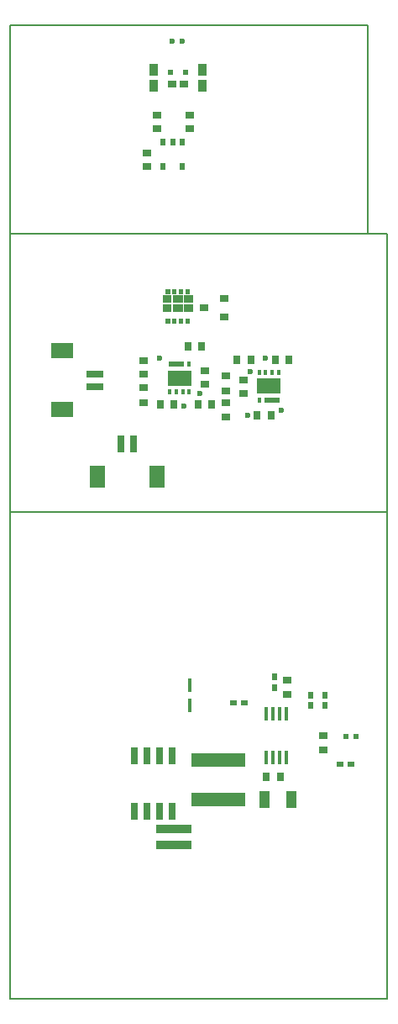
<source format=gtp>
G04*
G04 #@! TF.GenerationSoftware,Altium Limited,Altium Designer,18.1.9 (240)*
G04*
G04 Layer_Color=8421504*
%FSLAX44Y44*%
%MOMM*%
G71*
G01*
G75*
%ADD10C,0.6000*%
%ADD11R,0.9000X1.2500*%
%ADD12R,0.9000X0.7500*%
%ADD13R,0.5500X0.5500*%
%ADD14R,0.9000X0.8000*%
%ADD15R,0.5500X0.8000*%
%ADD17R,5.5000X1.4300*%
%ADD18R,1.1000X1.7000*%
%ADD19R,0.5588X0.6604*%
%ADD20R,0.6604X0.5588*%
%ADD21R,0.4572X1.3589*%
%ADD22R,3.6000X0.9056*%
%ADD23R,0.6000X0.5000*%
%ADD24R,0.6500X1.7500*%
%ADD25R,0.4572X1.3716*%
%ADD26R,0.8000X0.9000*%
%ADD29R,0.9000X0.7000*%
%ADD30R,0.7000X1.8000*%
%ADD31R,1.6000X2.2000*%
%ADD32R,1.8000X0.7000*%
%ADD33R,2.2000X1.6000*%
%ADD34R,0.9000X0.7000*%
%ADD35R,0.3000X0.6000*%
%ADD36R,2.4000X1.6000*%
%ADD37R,1.6000X0.6000*%
%ADD40C,0.2000*%
G36*
X248999Y634329D02*
X259604D01*
Y619626D01*
X248999D01*
Y634329D01*
D02*
G37*
G36*
X261605Y634333D02*
X272204D01*
Y619626D01*
X261605D01*
Y634333D01*
D02*
G37*
G36*
X158989Y642090D02*
X169588D01*
Y627383D01*
X158989D01*
Y642090D01*
D02*
G37*
G36*
X171589D02*
X182194D01*
Y627387D01*
X171589D01*
Y642090D01*
D02*
G37*
G36*
X156644Y694836D02*
X161144D01*
Y689736D01*
X156644D01*
Y694836D01*
D02*
G37*
G36*
X163144D02*
X167644D01*
Y689736D01*
X163144D01*
Y694836D01*
D02*
G37*
G36*
X169644D02*
X174144D01*
Y689736D01*
X169644D01*
Y694836D01*
D02*
G37*
G36*
X176144D02*
X180644D01*
Y689736D01*
X176144D01*
Y694836D01*
D02*
G37*
G36*
X153404Y709526D02*
X162294D01*
Y701906D01*
X153404D01*
Y709526D01*
D02*
G37*
G36*
X163564D02*
X173724D01*
Y701906D01*
X163564D01*
Y709526D01*
D02*
G37*
G36*
X174994D02*
X183884D01*
Y701906D01*
X174994D01*
Y709526D01*
D02*
G37*
G36*
X153404Y718416D02*
X162294D01*
Y710796D01*
X153404D01*
Y718416D01*
D02*
G37*
G36*
X163564D02*
X173724D01*
Y710796D01*
X163564D01*
Y718416D01*
D02*
G37*
G36*
X174994D02*
X183884D01*
Y710796D01*
X174994D01*
Y718416D01*
D02*
G37*
G36*
X156644Y724236D02*
X161144D01*
Y719136D01*
X156644D01*
Y724236D01*
D02*
G37*
G36*
X163144D02*
X167644D01*
Y719136D01*
X163144D01*
Y724236D01*
D02*
G37*
G36*
X169644D02*
X174144D01*
Y719136D01*
X169644D01*
Y724236D01*
D02*
G37*
G36*
X176144D02*
X180644D01*
Y719136D01*
X176144D01*
Y724236D01*
D02*
G37*
D10*
X172907Y974310D02*
D03*
X163255D02*
D03*
X190839Y619176D02*
D03*
X150269Y654916D02*
D03*
X175049Y606646D02*
D03*
X273304Y602836D02*
D03*
X257204Y654916D02*
D03*
X239335Y597176D02*
D03*
X241784Y641206D02*
D03*
D11*
X193460Y928976D02*
D03*
Y945476D02*
D03*
X144360Y928976D02*
D03*
Y945476D02*
D03*
D12*
X175160Y931226D02*
D03*
X162660D02*
D03*
D13*
X176910Y943226D02*
D03*
X160910D02*
D03*
D14*
X180594Y900030D02*
D03*
Y886030D02*
D03*
X137414Y847930D02*
D03*
Y861930D02*
D03*
X147574Y900030D02*
D03*
Y886030D02*
D03*
X315214Y260462D02*
D03*
Y274462D02*
D03*
X279426Y316342D02*
D03*
Y330342D02*
D03*
X217424Y609836D02*
D03*
Y595836D02*
D03*
X134469Y638724D02*
D03*
Y652724D02*
D03*
X235204Y633166D02*
D03*
Y619166D02*
D03*
X195989Y628550D02*
D03*
Y642550D02*
D03*
D15*
X163474Y872326D02*
D03*
X172974D02*
D03*
X153974D02*
D03*
Y848326D02*
D03*
X172974D02*
D03*
D17*
X209804Y210312D02*
D03*
Y250712D02*
D03*
D18*
X255994Y210312D02*
D03*
X282994D02*
D03*
D19*
X302514Y304920D02*
D03*
Y315842D02*
D03*
X317406D02*
D03*
Y304920D02*
D03*
X266726Y334264D02*
D03*
Y323342D02*
D03*
D20*
X235738Y308102D02*
D03*
X224816D02*
D03*
X332717Y245872D02*
D03*
X343639D02*
D03*
D21*
X180594Y325946D02*
D03*
Y305499D02*
D03*
D22*
X164338Y180592D02*
D03*
Y164592D02*
D03*
D23*
X338639Y273812D02*
D03*
X348639D02*
D03*
D24*
X124714Y198822D02*
D03*
X137414D02*
D03*
X150114D02*
D03*
X162814D02*
D03*
X124714Y254822D02*
D03*
X137414D02*
D03*
X150114D02*
D03*
X162814D02*
D03*
D25*
X258246Y253111D02*
D03*
X264746D02*
D03*
X271246D02*
D03*
X277746D02*
D03*
Y297053D02*
D03*
X271246D02*
D03*
X264746D02*
D03*
X258246D02*
D03*
D26*
X257899Y233172D02*
D03*
X271899D02*
D03*
X178829Y667080D02*
D03*
X192829D02*
D03*
X266764Y653676D02*
D03*
X280764D02*
D03*
X242304Y653056D02*
D03*
X228304D02*
D03*
X164815Y608040D02*
D03*
X150815D02*
D03*
X188889Y608660D02*
D03*
X202889D02*
D03*
X262524Y597176D02*
D03*
X248524D02*
D03*
D29*
X215723Y696244D02*
D03*
Y715244D02*
D03*
X195469Y705694D02*
D03*
D30*
X111384Y568536D02*
D03*
X123884D02*
D03*
D31*
X87884Y535536D02*
D03*
X147384D02*
D03*
D32*
X85324Y639036D02*
D03*
Y626536D02*
D03*
D33*
X52324Y662536D02*
D03*
Y603036D02*
D03*
D34*
X217424Y637016D02*
D03*
Y622016D02*
D03*
X134469Y610284D02*
D03*
Y625284D02*
D03*
D35*
X180339Y648740D02*
D03*
Y620740D02*
D03*
X173839D02*
D03*
X167339D02*
D03*
X160839D02*
D03*
X250854Y612976D02*
D03*
Y640976D02*
D03*
X257354D02*
D03*
X263854D02*
D03*
X270354D02*
D03*
D36*
X170589Y634740D02*
D03*
X260604Y626976D02*
D03*
D37*
X167339Y648740D02*
D03*
X263854Y612976D02*
D03*
D40*
X0Y500000D02*
X380000D01*
X0Y780000D02*
X380000D01*
X0Y10000D02*
X380000D01*
Y780000D01*
X360000D02*
X380000D01*
X360000D02*
Y990000D01*
X0D02*
X360000D01*
X0Y10000D02*
Y990000D01*
M02*

</source>
